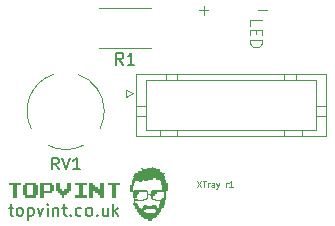
<source format=gbr>
%TF.GenerationSoftware,KiCad,Pcbnew,8.0.6*%
%TF.CreationDate,2024-11-16T20:49:17+00:00*%
%TF.ProjectId,LED_strip_DVD_xbox,4c45445f-7374-4726-9970-5f4456445f78,rev?*%
%TF.SameCoordinates,Original*%
%TF.FileFunction,Legend,Top*%
%TF.FilePolarity,Positive*%
%FSLAX46Y46*%
G04 Gerber Fmt 4.6, Leading zero omitted, Abs format (unit mm)*
G04 Created by KiCad (PCBNEW 8.0.6) date 2024-11-16 20:49:17*
%MOMM*%
%LPD*%
G01*
G04 APERTURE LIST*
%ADD10C,0.100000*%
%ADD11C,0.150000*%
%ADD12C,0.120000*%
%ADD13C,0.000000*%
G04 APERTURE END LIST*
D10*
X150137217Y-83433609D02*
X150470550Y-83933609D01*
X150470550Y-83433609D02*
X150137217Y-83933609D01*
X150589598Y-83433609D02*
X150875312Y-83433609D01*
X150732455Y-83933609D02*
X150732455Y-83433609D01*
X151041978Y-83933609D02*
X151041978Y-83600276D01*
X151041978Y-83695514D02*
X151065788Y-83647895D01*
X151065788Y-83647895D02*
X151089597Y-83624085D01*
X151089597Y-83624085D02*
X151137216Y-83600276D01*
X151137216Y-83600276D02*
X151184835Y-83600276D01*
X151565788Y-83933609D02*
X151565788Y-83671704D01*
X151565788Y-83671704D02*
X151541978Y-83624085D01*
X151541978Y-83624085D02*
X151494359Y-83600276D01*
X151494359Y-83600276D02*
X151399121Y-83600276D01*
X151399121Y-83600276D02*
X151351502Y-83624085D01*
X151565788Y-83909800D02*
X151518169Y-83933609D01*
X151518169Y-83933609D02*
X151399121Y-83933609D01*
X151399121Y-83933609D02*
X151351502Y-83909800D01*
X151351502Y-83909800D02*
X151327693Y-83862180D01*
X151327693Y-83862180D02*
X151327693Y-83814561D01*
X151327693Y-83814561D02*
X151351502Y-83766942D01*
X151351502Y-83766942D02*
X151399121Y-83743133D01*
X151399121Y-83743133D02*
X151518169Y-83743133D01*
X151518169Y-83743133D02*
X151565788Y-83719323D01*
X151756264Y-83600276D02*
X151875312Y-83933609D01*
X151994359Y-83600276D02*
X151875312Y-83933609D01*
X151875312Y-83933609D02*
X151827693Y-84052657D01*
X151827693Y-84052657D02*
X151803883Y-84076466D01*
X151803883Y-84076466D02*
X151756264Y-84100276D01*
X152565787Y-83933609D02*
X152565787Y-83600276D01*
X152565787Y-83695514D02*
X152589597Y-83647895D01*
X152589597Y-83647895D02*
X152613406Y-83624085D01*
X152613406Y-83624085D02*
X152661025Y-83600276D01*
X152661025Y-83600276D02*
X152708644Y-83600276D01*
X153137216Y-83933609D02*
X152851502Y-83933609D01*
X152994359Y-83933609D02*
X152994359Y-83433609D01*
X152994359Y-83433609D02*
X152946740Y-83505038D01*
X152946740Y-83505038D02*
X152899121Y-83552657D01*
X152899121Y-83552657D02*
X152851502Y-83576466D01*
G36*
X135230983Y-83599016D02*
G01*
X135230983Y-83774870D01*
X134879274Y-83774870D01*
X134879274Y-84830000D01*
X134527564Y-84830000D01*
X134527564Y-83774870D01*
X134175854Y-83774870D01*
X134175854Y-83599016D01*
X135230983Y-83599016D01*
G37*
G36*
X136455129Y-83774870D02*
G01*
X136630983Y-83774870D01*
X136630983Y-84654145D01*
X136455129Y-84654145D01*
X136455129Y-84830000D01*
X135575854Y-84830000D01*
X135575854Y-84654145D01*
X135751709Y-84654145D01*
X136279274Y-84654145D01*
X136279274Y-83774870D01*
X135751709Y-83774870D01*
X135751709Y-84654145D01*
X135575854Y-84654145D01*
X135400000Y-84654145D01*
X135400000Y-83774870D01*
X135575854Y-83774870D01*
X135575854Y-83599016D01*
X136455129Y-83599016D01*
X136455129Y-83774870D01*
G37*
G36*
X137855129Y-83774870D02*
G01*
X138030983Y-83774870D01*
X138030983Y-84302435D01*
X137855129Y-84302435D01*
X137855129Y-84478290D01*
X137151709Y-84478290D01*
X137151709Y-84830000D01*
X136800000Y-84830000D01*
X136800000Y-84302435D01*
X137151709Y-84302435D01*
X137679274Y-84302435D01*
X137679274Y-83774870D01*
X137151709Y-83774870D01*
X137151709Y-84302435D01*
X136800000Y-84302435D01*
X136800000Y-83599016D01*
X137855129Y-83599016D01*
X137855129Y-83774870D01*
G37*
G36*
X138200000Y-83599016D02*
G01*
X138551709Y-83599016D01*
X138551709Y-84126580D01*
X138727564Y-84126580D01*
X138727564Y-84302435D01*
X138903419Y-84302435D01*
X138903419Y-84126580D01*
X139079274Y-84126580D01*
X139079274Y-83599016D01*
X139430983Y-83599016D01*
X139430983Y-84302435D01*
X139255129Y-84302435D01*
X139255129Y-84478290D01*
X139079274Y-84478290D01*
X139079274Y-84654145D01*
X138903419Y-84654145D01*
X138903419Y-84830000D01*
X138727564Y-84830000D01*
X138727564Y-84654145D01*
X138551709Y-84654145D01*
X138551709Y-84478290D01*
X138375854Y-84478290D01*
X138375854Y-84302435D01*
X138200000Y-84302435D01*
X138200000Y-83599016D01*
G37*
G36*
X140830983Y-83599016D02*
G01*
X140830983Y-83774870D01*
X140479274Y-83774870D01*
X140479274Y-84654145D01*
X140830983Y-84654145D01*
X140830983Y-84830000D01*
X139775854Y-84830000D01*
X139775854Y-84654145D01*
X140127564Y-84654145D01*
X140127564Y-83774870D01*
X139775854Y-83774870D01*
X139775854Y-83599016D01*
X140830983Y-83599016D01*
G37*
G36*
X141000000Y-83599016D02*
G01*
X141351709Y-83599016D01*
X141351709Y-83774870D01*
X141527564Y-83774870D01*
X141527564Y-83950725D01*
X141703419Y-83950725D01*
X141703419Y-84126580D01*
X141879274Y-84126580D01*
X141879274Y-83599016D01*
X142230983Y-83599016D01*
X142230983Y-84830000D01*
X141879274Y-84830000D01*
X141879274Y-84654145D01*
X141703419Y-84654145D01*
X141703419Y-84478290D01*
X141527564Y-84478290D01*
X141527564Y-84302435D01*
X141351709Y-84302435D01*
X141351709Y-84830000D01*
X141000000Y-84830000D01*
X141000000Y-83599016D01*
G37*
G36*
X143630983Y-83599016D02*
G01*
X143630983Y-83774870D01*
X143279274Y-83774870D01*
X143279274Y-84830000D01*
X142927564Y-84830000D01*
X142927564Y-83774870D01*
X142575854Y-83774870D01*
X142575854Y-83599016D01*
X143630983Y-83599016D01*
G37*
D11*
X134193922Y-85703152D02*
X134574874Y-85703152D01*
X134336779Y-85369819D02*
X134336779Y-86226961D01*
X134336779Y-86226961D02*
X134384398Y-86322200D01*
X134384398Y-86322200D02*
X134479636Y-86369819D01*
X134479636Y-86369819D02*
X134574874Y-86369819D01*
X135051065Y-86369819D02*
X134955827Y-86322200D01*
X134955827Y-86322200D02*
X134908208Y-86274580D01*
X134908208Y-86274580D02*
X134860589Y-86179342D01*
X134860589Y-86179342D02*
X134860589Y-85893628D01*
X134860589Y-85893628D02*
X134908208Y-85798390D01*
X134908208Y-85798390D02*
X134955827Y-85750771D01*
X134955827Y-85750771D02*
X135051065Y-85703152D01*
X135051065Y-85703152D02*
X135193922Y-85703152D01*
X135193922Y-85703152D02*
X135289160Y-85750771D01*
X135289160Y-85750771D02*
X135336779Y-85798390D01*
X135336779Y-85798390D02*
X135384398Y-85893628D01*
X135384398Y-85893628D02*
X135384398Y-86179342D01*
X135384398Y-86179342D02*
X135336779Y-86274580D01*
X135336779Y-86274580D02*
X135289160Y-86322200D01*
X135289160Y-86322200D02*
X135193922Y-86369819D01*
X135193922Y-86369819D02*
X135051065Y-86369819D01*
X135812970Y-85703152D02*
X135812970Y-86703152D01*
X135812970Y-85750771D02*
X135908208Y-85703152D01*
X135908208Y-85703152D02*
X136098684Y-85703152D01*
X136098684Y-85703152D02*
X136193922Y-85750771D01*
X136193922Y-85750771D02*
X136241541Y-85798390D01*
X136241541Y-85798390D02*
X136289160Y-85893628D01*
X136289160Y-85893628D02*
X136289160Y-86179342D01*
X136289160Y-86179342D02*
X136241541Y-86274580D01*
X136241541Y-86274580D02*
X136193922Y-86322200D01*
X136193922Y-86322200D02*
X136098684Y-86369819D01*
X136098684Y-86369819D02*
X135908208Y-86369819D01*
X135908208Y-86369819D02*
X135812970Y-86322200D01*
X136622494Y-85703152D02*
X136860589Y-86369819D01*
X136860589Y-86369819D02*
X137098684Y-85703152D01*
X137479637Y-86369819D02*
X137479637Y-85703152D01*
X137479637Y-85369819D02*
X137432018Y-85417438D01*
X137432018Y-85417438D02*
X137479637Y-85465057D01*
X137479637Y-85465057D02*
X137527256Y-85417438D01*
X137527256Y-85417438D02*
X137479637Y-85369819D01*
X137479637Y-85369819D02*
X137479637Y-85465057D01*
X137955827Y-85703152D02*
X137955827Y-86369819D01*
X137955827Y-85798390D02*
X138003446Y-85750771D01*
X138003446Y-85750771D02*
X138098684Y-85703152D01*
X138098684Y-85703152D02*
X138241541Y-85703152D01*
X138241541Y-85703152D02*
X138336779Y-85750771D01*
X138336779Y-85750771D02*
X138384398Y-85846009D01*
X138384398Y-85846009D02*
X138384398Y-86369819D01*
X138717732Y-85703152D02*
X139098684Y-85703152D01*
X138860589Y-85369819D02*
X138860589Y-86226961D01*
X138860589Y-86226961D02*
X138908208Y-86322200D01*
X138908208Y-86322200D02*
X139003446Y-86369819D01*
X139003446Y-86369819D02*
X139098684Y-86369819D01*
X139432018Y-86274580D02*
X139479637Y-86322200D01*
X139479637Y-86322200D02*
X139432018Y-86369819D01*
X139432018Y-86369819D02*
X139384399Y-86322200D01*
X139384399Y-86322200D02*
X139432018Y-86274580D01*
X139432018Y-86274580D02*
X139432018Y-86369819D01*
X140336779Y-86322200D02*
X140241541Y-86369819D01*
X140241541Y-86369819D02*
X140051065Y-86369819D01*
X140051065Y-86369819D02*
X139955827Y-86322200D01*
X139955827Y-86322200D02*
X139908208Y-86274580D01*
X139908208Y-86274580D02*
X139860589Y-86179342D01*
X139860589Y-86179342D02*
X139860589Y-85893628D01*
X139860589Y-85893628D02*
X139908208Y-85798390D01*
X139908208Y-85798390D02*
X139955827Y-85750771D01*
X139955827Y-85750771D02*
X140051065Y-85703152D01*
X140051065Y-85703152D02*
X140241541Y-85703152D01*
X140241541Y-85703152D02*
X140336779Y-85750771D01*
X140908208Y-86369819D02*
X140812970Y-86322200D01*
X140812970Y-86322200D02*
X140765351Y-86274580D01*
X140765351Y-86274580D02*
X140717732Y-86179342D01*
X140717732Y-86179342D02*
X140717732Y-85893628D01*
X140717732Y-85893628D02*
X140765351Y-85798390D01*
X140765351Y-85798390D02*
X140812970Y-85750771D01*
X140812970Y-85750771D02*
X140908208Y-85703152D01*
X140908208Y-85703152D02*
X141051065Y-85703152D01*
X141051065Y-85703152D02*
X141146303Y-85750771D01*
X141146303Y-85750771D02*
X141193922Y-85798390D01*
X141193922Y-85798390D02*
X141241541Y-85893628D01*
X141241541Y-85893628D02*
X141241541Y-86179342D01*
X141241541Y-86179342D02*
X141193922Y-86274580D01*
X141193922Y-86274580D02*
X141146303Y-86322200D01*
X141146303Y-86322200D02*
X141051065Y-86369819D01*
X141051065Y-86369819D02*
X140908208Y-86369819D01*
X141670113Y-86274580D02*
X141717732Y-86322200D01*
X141717732Y-86322200D02*
X141670113Y-86369819D01*
X141670113Y-86369819D02*
X141622494Y-86322200D01*
X141622494Y-86322200D02*
X141670113Y-86274580D01*
X141670113Y-86274580D02*
X141670113Y-86369819D01*
X142574874Y-85703152D02*
X142574874Y-86369819D01*
X142146303Y-85703152D02*
X142146303Y-86226961D01*
X142146303Y-86226961D02*
X142193922Y-86322200D01*
X142193922Y-86322200D02*
X142289160Y-86369819D01*
X142289160Y-86369819D02*
X142432017Y-86369819D01*
X142432017Y-86369819D02*
X142527255Y-86322200D01*
X142527255Y-86322200D02*
X142574874Y-86274580D01*
X143051065Y-86369819D02*
X143051065Y-85369819D01*
X143146303Y-85988866D02*
X143432017Y-86369819D01*
X143432017Y-85703152D02*
X143051065Y-86084104D01*
D10*
X150303884Y-68991466D02*
X151065789Y-68991466D01*
X150684836Y-69372419D02*
X150684836Y-68610514D01*
X155303884Y-68991466D02*
X156065789Y-68991466D01*
D11*
X138404761Y-82454819D02*
X138071428Y-81978628D01*
X137833333Y-82454819D02*
X137833333Y-81454819D01*
X137833333Y-81454819D02*
X138214285Y-81454819D01*
X138214285Y-81454819D02*
X138309523Y-81502438D01*
X138309523Y-81502438D02*
X138357142Y-81550057D01*
X138357142Y-81550057D02*
X138404761Y-81645295D01*
X138404761Y-81645295D02*
X138404761Y-81788152D01*
X138404761Y-81788152D02*
X138357142Y-81883390D01*
X138357142Y-81883390D02*
X138309523Y-81931009D01*
X138309523Y-81931009D02*
X138214285Y-81978628D01*
X138214285Y-81978628D02*
X137833333Y-81978628D01*
X138690476Y-81454819D02*
X139023809Y-82454819D01*
X139023809Y-82454819D02*
X139357142Y-81454819D01*
X140214285Y-82454819D02*
X139642857Y-82454819D01*
X139928571Y-82454819D02*
X139928571Y-81454819D01*
X139928571Y-81454819D02*
X139833333Y-81597676D01*
X139833333Y-81597676D02*
X139738095Y-81692914D01*
X139738095Y-81692914D02*
X139642857Y-81740533D01*
D10*
X154627580Y-70280074D02*
X154627580Y-69803884D01*
X154627580Y-69803884D02*
X155627580Y-69803884D01*
X155151390Y-70613408D02*
X155151390Y-70946741D01*
X154627580Y-71089598D02*
X154627580Y-70613408D01*
X154627580Y-70613408D02*
X155627580Y-70613408D01*
X155627580Y-70613408D02*
X155627580Y-71089598D01*
X154627580Y-71518170D02*
X155627580Y-71518170D01*
X155627580Y-71518170D02*
X155627580Y-71756265D01*
X155627580Y-71756265D02*
X155579961Y-71899122D01*
X155579961Y-71899122D02*
X155484723Y-71994360D01*
X155484723Y-71994360D02*
X155389485Y-72041979D01*
X155389485Y-72041979D02*
X155199009Y-72089598D01*
X155199009Y-72089598D02*
X155056152Y-72089598D01*
X155056152Y-72089598D02*
X154865676Y-72041979D01*
X154865676Y-72041979D02*
X154770438Y-71994360D01*
X154770438Y-71994360D02*
X154675200Y-71899122D01*
X154675200Y-71899122D02*
X154627580Y-71756265D01*
X154627580Y-71756265D02*
X154627580Y-71518170D01*
D11*
X143870833Y-73574819D02*
X143537500Y-73098628D01*
X143299405Y-73574819D02*
X143299405Y-72574819D01*
X143299405Y-72574819D02*
X143680357Y-72574819D01*
X143680357Y-72574819D02*
X143775595Y-72622438D01*
X143775595Y-72622438D02*
X143823214Y-72670057D01*
X143823214Y-72670057D02*
X143870833Y-72765295D01*
X143870833Y-72765295D02*
X143870833Y-72908152D01*
X143870833Y-72908152D02*
X143823214Y-73003390D01*
X143823214Y-73003390D02*
X143775595Y-73051009D01*
X143775595Y-73051009D02*
X143680357Y-73098628D01*
X143680357Y-73098628D02*
X143299405Y-73098628D01*
X144823214Y-73574819D02*
X144251786Y-73574819D01*
X144537500Y-73574819D02*
X144537500Y-72574819D01*
X144537500Y-72574819D02*
X144442262Y-72717676D01*
X144442262Y-72717676D02*
X144347024Y-72812914D01*
X144347024Y-72812914D02*
X144251786Y-72860533D01*
D12*
%TO.C,J1*%
X144140000Y-75700000D02*
X144740000Y-76000000D01*
X144140000Y-76300000D02*
X144140000Y-75700000D01*
X144740000Y-76000000D02*
X144140000Y-76300000D01*
X144940000Y-74390000D02*
X144940000Y-79610000D01*
X144940000Y-77100000D02*
X145800000Y-77100000D01*
X144940000Y-77900000D02*
X145800000Y-77900000D01*
X144940000Y-79610000D02*
X161060000Y-79610000D01*
X145800000Y-74900000D02*
X145800000Y-79100000D01*
X145800000Y-79100000D02*
X160200000Y-79100000D01*
X146970000Y-79610000D02*
X146970000Y-79100000D01*
X147530000Y-74390000D02*
X147530000Y-74900000D01*
X148470000Y-74390000D02*
X148470000Y-74900000D01*
X148470000Y-79610000D02*
X148470000Y-79100000D01*
X157530000Y-74390000D02*
X157530000Y-74900000D01*
X157530000Y-79610000D02*
X157530000Y-79100000D01*
X158470000Y-74390000D02*
X158470000Y-74900000D01*
X159030000Y-79610000D02*
X159030000Y-79100000D01*
X160200000Y-74900000D02*
X145800000Y-74900000D01*
X160200000Y-79100000D02*
X160200000Y-74900000D01*
X161060000Y-74390000D02*
X144940000Y-74390000D01*
X161060000Y-77100000D02*
X160200000Y-77100000D01*
X161060000Y-77900000D02*
X160200000Y-77900000D01*
X161060000Y-79610000D02*
X161060000Y-74390000D01*
D13*
%TO.C,G\u002A\u002A\u002A*%
G36*
X144328747Y-86504146D02*
G01*
X144328747Y-86510940D01*
X144321953Y-86510940D01*
X144315159Y-86510940D01*
X144315159Y-86504146D01*
X144315159Y-86497352D01*
X144321953Y-86497352D01*
X144328747Y-86497352D01*
X144328747Y-86504146D01*
G37*
G36*
X146434798Y-82271662D02*
G01*
X146434798Y-82326012D01*
X146543498Y-82326012D01*
X146652197Y-82326012D01*
X146652197Y-82380362D01*
X146652197Y-82434711D01*
X146815246Y-82434711D01*
X146978295Y-82434711D01*
X146978295Y-82543411D01*
X146978295Y-82652110D01*
X147086995Y-82652110D01*
X147195694Y-82652110D01*
X147195694Y-82706460D01*
X147195694Y-82760810D01*
X147304394Y-82760810D01*
X147413093Y-82760810D01*
X147413093Y-82815159D01*
X147413093Y-82869509D01*
X147358743Y-82869509D01*
X147304394Y-82869509D01*
X147304394Y-82923859D01*
X147304394Y-82978208D01*
X147358743Y-82978208D01*
X147413093Y-82978208D01*
X147413093Y-83141258D01*
X147413093Y-83304307D01*
X147467443Y-83304307D01*
X147521792Y-83304307D01*
X147521792Y-83467356D01*
X147521792Y-83630405D01*
X147576142Y-83630405D01*
X147630492Y-83630405D01*
X147630492Y-83956503D01*
X147630492Y-84282602D01*
X147576142Y-84282602D01*
X147521792Y-84282602D01*
X147521792Y-84663050D01*
X147521792Y-85043498D01*
X147467443Y-85043498D01*
X147413093Y-85043498D01*
X147413093Y-85260896D01*
X147413093Y-85478295D01*
X147358743Y-85478295D01*
X147304394Y-85478295D01*
X147304394Y-85586995D01*
X147304394Y-85695694D01*
X147250044Y-85695694D01*
X147195694Y-85695694D01*
X147195694Y-85750044D01*
X147195694Y-85804394D01*
X147141344Y-85804394D01*
X147086995Y-85804394D01*
X147086995Y-85913093D01*
X147086995Y-86021792D01*
X147032645Y-86021792D01*
X146978295Y-86021792D01*
X146978295Y-86076142D01*
X146978295Y-86130492D01*
X146923946Y-86130492D01*
X146869596Y-86130492D01*
X146869596Y-86239191D01*
X146869596Y-86347891D01*
X146815246Y-86347891D01*
X146760896Y-86347891D01*
X146760896Y-86402240D01*
X146760896Y-86456590D01*
X146706547Y-86456590D01*
X146652197Y-86456590D01*
X146652197Y-86510940D01*
X146652197Y-86565290D01*
X146543498Y-86565290D01*
X146434798Y-86565290D01*
X146434798Y-86619639D01*
X146434798Y-86673989D01*
X146380448Y-86673989D01*
X146326099Y-86673989D01*
X146326099Y-86728339D01*
X146326099Y-86782688D01*
X146163050Y-86782688D01*
X146000000Y-86782688D01*
X146000000Y-86728339D01*
X146000000Y-86673989D01*
X145836951Y-86673989D01*
X145673902Y-86673989D01*
X145673902Y-86619639D01*
X145673902Y-86565290D01*
X145619552Y-86565290D01*
X145565203Y-86565290D01*
X145565203Y-86510940D01*
X145565203Y-86456590D01*
X145456503Y-86456590D01*
X145347804Y-86456590D01*
X145347804Y-86402240D01*
X145347804Y-86347891D01*
X145293454Y-86347891D01*
X145239104Y-86347891D01*
X145239104Y-86239191D01*
X145239104Y-86130492D01*
X145184755Y-86130492D01*
X145130405Y-86130492D01*
X145130405Y-86076142D01*
X145130405Y-86021792D01*
X145076055Y-86021792D01*
X145021706Y-86021792D01*
X145021706Y-85967443D01*
X145673902Y-85967443D01*
X145673902Y-86021792D01*
X145728252Y-86021792D01*
X145782602Y-86021792D01*
X145782602Y-86076142D01*
X145782602Y-86130492D01*
X146163050Y-86130492D01*
X146543498Y-86130492D01*
X146543498Y-86076142D01*
X146543498Y-86021792D01*
X146597847Y-86021792D01*
X146652197Y-86021792D01*
X146652197Y-85967443D01*
X146652197Y-85913093D01*
X146597847Y-85913093D01*
X146543498Y-85913093D01*
X146543498Y-85858743D01*
X146543498Y-85804394D01*
X146163050Y-85804394D01*
X145782602Y-85804394D01*
X145782602Y-85858743D01*
X145782602Y-85913093D01*
X145728252Y-85913093D01*
X145673902Y-85913093D01*
X145673902Y-85967443D01*
X145021706Y-85967443D01*
X145021706Y-85913093D01*
X145021706Y-85804394D01*
X144967356Y-85804394D01*
X144913006Y-85804394D01*
X144913006Y-85695694D01*
X144913006Y-85586995D01*
X144858656Y-85586995D01*
X144804307Y-85586995D01*
X144804307Y-85532645D01*
X144804307Y-85478295D01*
X144749957Y-85478295D01*
X144695607Y-85478295D01*
X144695607Y-85369596D01*
X144695607Y-85260896D01*
X144749957Y-85260896D01*
X144804307Y-85260896D01*
X144804307Y-85206547D01*
X144913006Y-85206547D01*
X144913006Y-85260896D01*
X144967356Y-85260896D01*
X145021706Y-85260896D01*
X145021706Y-85315246D01*
X145021706Y-85369596D01*
X145076055Y-85369596D01*
X145130405Y-85369596D01*
X145130405Y-85478295D01*
X145130405Y-85586995D01*
X145184755Y-85586995D01*
X145239104Y-85586995D01*
X145239104Y-85641344D01*
X145239104Y-85695694D01*
X145293454Y-85695694D01*
X145347804Y-85695694D01*
X145347804Y-85750044D01*
X145347804Y-85804394D01*
X145402154Y-85804394D01*
X145456503Y-85804394D01*
X145456503Y-85750044D01*
X145456503Y-85695694D01*
X145510853Y-85695694D01*
X145565203Y-85695694D01*
X145565203Y-85641344D01*
X145565203Y-85586995D01*
X145619552Y-85586995D01*
X145673902Y-85586995D01*
X145673902Y-85532645D01*
X145673902Y-85478295D01*
X145782602Y-85478295D01*
X145891301Y-85478295D01*
X145891301Y-85532645D01*
X145891301Y-85586995D01*
X146108700Y-85586995D01*
X146326099Y-85586995D01*
X146326099Y-85532645D01*
X146326099Y-85478295D01*
X146489148Y-85478295D01*
X146652197Y-85478295D01*
X146652197Y-85532645D01*
X146652197Y-85586995D01*
X146706547Y-85586995D01*
X146760896Y-85586995D01*
X146760896Y-85641344D01*
X146760896Y-85695694D01*
X146815246Y-85695694D01*
X146869596Y-85695694D01*
X146869596Y-85532645D01*
X146869596Y-85369596D01*
X146923946Y-85369596D01*
X146978295Y-85369596D01*
X146978295Y-85260896D01*
X146978295Y-85152197D01*
X146760896Y-85152197D01*
X146543498Y-85152197D01*
X146543498Y-85097847D01*
X146543498Y-85043498D01*
X146434798Y-85043498D01*
X146326099Y-85043498D01*
X146326099Y-84989148D01*
X146326099Y-84934798D01*
X146271749Y-84934798D01*
X146217399Y-84934798D01*
X146217399Y-84826099D01*
X146434798Y-84826099D01*
X146434798Y-84934798D01*
X146543498Y-84934798D01*
X146652197Y-84934798D01*
X146652197Y-84989148D01*
X146652197Y-85043498D01*
X146869596Y-85043498D01*
X147086995Y-85043498D01*
X147086995Y-84989148D01*
X147086995Y-84934798D01*
X147141344Y-84934798D01*
X147195694Y-84934798D01*
X147195694Y-84880448D01*
X147195694Y-84826099D01*
X147250044Y-84826099D01*
X147304394Y-84826099D01*
X147304394Y-84608700D01*
X147304394Y-84391301D01*
X147032645Y-84391301D01*
X146760896Y-84391301D01*
X146760896Y-84445651D01*
X146760896Y-84500000D01*
X146652197Y-84500000D01*
X146543498Y-84500000D01*
X146543498Y-84608700D01*
X146543498Y-84717399D01*
X146489148Y-84717399D01*
X146434798Y-84717399D01*
X146434798Y-84826099D01*
X146217399Y-84826099D01*
X146217399Y-84717399D01*
X146163050Y-84717399D01*
X146108700Y-84717399D01*
X146108700Y-84663050D01*
X146108700Y-84608700D01*
X146054350Y-84608700D01*
X146000000Y-84608700D01*
X146000000Y-84771749D01*
X146000000Y-84934798D01*
X145945651Y-84934798D01*
X145891301Y-84934798D01*
X145891301Y-84989148D01*
X145891301Y-85043498D01*
X145782602Y-85043498D01*
X145673902Y-85043498D01*
X145673902Y-85097847D01*
X145673902Y-85152197D01*
X145293454Y-85152197D01*
X144913006Y-85152197D01*
X144913006Y-85206547D01*
X144804307Y-85206547D01*
X144804307Y-85152197D01*
X144804307Y-85043498D01*
X144804307Y-84880448D01*
X144913006Y-84880448D01*
X144913006Y-84934798D01*
X145021706Y-84934798D01*
X145130405Y-84934798D01*
X145130405Y-84989148D01*
X145130405Y-85043498D01*
X145347804Y-85043498D01*
X145565203Y-85043498D01*
X145565203Y-84989148D01*
X145565203Y-84934798D01*
X145673902Y-84934798D01*
X145782602Y-84934798D01*
X145782602Y-84880448D01*
X145782602Y-84826099D01*
X145836951Y-84826099D01*
X145891301Y-84826099D01*
X145891301Y-84608700D01*
X145891301Y-84391301D01*
X145565203Y-84391301D01*
X145239104Y-84391301D01*
X145239104Y-84445651D01*
X145239104Y-84500000D01*
X145184755Y-84500000D01*
X145130405Y-84500000D01*
X145130405Y-84554350D01*
X145130405Y-84608700D01*
X145076055Y-84608700D01*
X145021706Y-84608700D01*
X145021706Y-84717399D01*
X145021706Y-84826099D01*
X144967356Y-84826099D01*
X144913006Y-84826099D01*
X144913006Y-84880448D01*
X144804307Y-84880448D01*
X144804307Y-84826099D01*
X144749957Y-84826099D01*
X144695607Y-84826099D01*
X144695607Y-84608700D01*
X144695607Y-84391301D01*
X144586908Y-84391301D01*
X144478208Y-84391301D01*
X144478208Y-84065203D01*
X144695607Y-84065203D01*
X144695607Y-84282602D01*
X144749957Y-84282602D01*
X144804307Y-84282602D01*
X144804307Y-84228252D01*
X144804307Y-84173902D01*
X145347804Y-84173902D01*
X145891301Y-84173902D01*
X145891301Y-84228252D01*
X145891301Y-84282602D01*
X145945651Y-84282602D01*
X146000000Y-84282602D01*
X146000000Y-84391301D01*
X146000000Y-84500000D01*
X146108700Y-84500000D01*
X146217399Y-84500000D01*
X146217399Y-84391301D01*
X146217399Y-84282602D01*
X146271749Y-84282602D01*
X146326099Y-84282602D01*
X146326099Y-84228252D01*
X146326099Y-84173902D01*
X146760896Y-84173902D01*
X147195694Y-84173902D01*
X147195694Y-83956503D01*
X147195694Y-83739104D01*
X147141344Y-83739104D01*
X147086995Y-83739104D01*
X147086995Y-83576055D01*
X147086995Y-83413006D01*
X147032645Y-83413006D01*
X146978295Y-83413006D01*
X146978295Y-83358656D01*
X146978295Y-83304307D01*
X146815246Y-83304307D01*
X146652197Y-83304307D01*
X146652197Y-83249957D01*
X146652197Y-83195607D01*
X146543498Y-83195607D01*
X146434798Y-83195607D01*
X146434798Y-83249957D01*
X146434798Y-83304307D01*
X146217399Y-83304307D01*
X146000000Y-83304307D01*
X146000000Y-83358656D01*
X146000000Y-83413006D01*
X145836951Y-83413006D01*
X145673902Y-83413006D01*
X145673902Y-83358656D01*
X145673902Y-83304307D01*
X145619552Y-83304307D01*
X145565203Y-83304307D01*
X145565203Y-83358656D01*
X145565203Y-83413006D01*
X145510853Y-83413006D01*
X145456503Y-83413006D01*
X145456503Y-83467356D01*
X145456503Y-83521706D01*
X145347804Y-83521706D01*
X145239104Y-83521706D01*
X145239104Y-83467356D01*
X145239104Y-83413006D01*
X145076055Y-83413006D01*
X144913006Y-83413006D01*
X144913006Y-83521706D01*
X144913006Y-83630405D01*
X144858656Y-83630405D01*
X144804307Y-83630405D01*
X144804307Y-83739104D01*
X144804307Y-83847804D01*
X144749957Y-83847804D01*
X144695607Y-83847804D01*
X144695607Y-84065203D01*
X144478208Y-84065203D01*
X144478208Y-83847804D01*
X144478208Y-83739104D01*
X144532558Y-83739104D01*
X144586908Y-83739104D01*
X144586908Y-83521706D01*
X144586908Y-83304307D01*
X144641258Y-83304307D01*
X144695607Y-83304307D01*
X144695607Y-83249957D01*
X144695607Y-83195607D01*
X144749957Y-83195607D01*
X144804307Y-83195607D01*
X144804307Y-83141258D01*
X144804307Y-83086908D01*
X144749957Y-83086908D01*
X144695607Y-83086908D01*
X144695607Y-83032558D01*
X144695607Y-82978208D01*
X144749957Y-82978208D01*
X144804307Y-82978208D01*
X144804307Y-82923859D01*
X144804307Y-82869509D01*
X144858656Y-82869509D01*
X144913006Y-82869509D01*
X144913006Y-82815159D01*
X144913006Y-82760810D01*
X145021706Y-82760810D01*
X145130405Y-82760810D01*
X145130405Y-82652110D01*
X145130405Y-82543411D01*
X145293454Y-82543411D01*
X145456503Y-82543411D01*
X145456503Y-82489061D01*
X145456503Y-82434711D01*
X145402154Y-82434711D01*
X145347804Y-82434711D01*
X145347804Y-82380362D01*
X145347804Y-82326012D01*
X145456503Y-82326012D01*
X145565203Y-82326012D01*
X145565203Y-82380362D01*
X145565203Y-82434711D01*
X145728252Y-82434711D01*
X145891301Y-82434711D01*
X145891301Y-82380362D01*
X145891301Y-82326012D01*
X146108700Y-82326012D01*
X146326099Y-82326012D01*
X146326099Y-82271662D01*
X146326099Y-82217312D01*
X146380448Y-82217312D01*
X146434798Y-82217312D01*
X146434798Y-82271662D01*
G37*
D12*
%TO.C,RV1*%
X136086171Y-78983968D02*
G75*
G02*
X137936000Y-74408000I2913829J1483968D01*
G01*
X140064608Y-74408154D02*
G75*
G02*
X142270000Y-77500000I-1064608J-3091846D01*
G01*
X140485202Y-80413387D02*
G75*
G02*
X137516000Y-80414000I-1485202J2913387D01*
G01*
X142270075Y-77443137D02*
G75*
G02*
X141914000Y-78985000I-3270075J-56863D01*
G01*
%TO.C,R1*%
X146214564Y-68790000D02*
X141860436Y-68790000D01*
X146214564Y-72210000D02*
X141860436Y-72210000D01*
%TD*%
M02*

</source>
